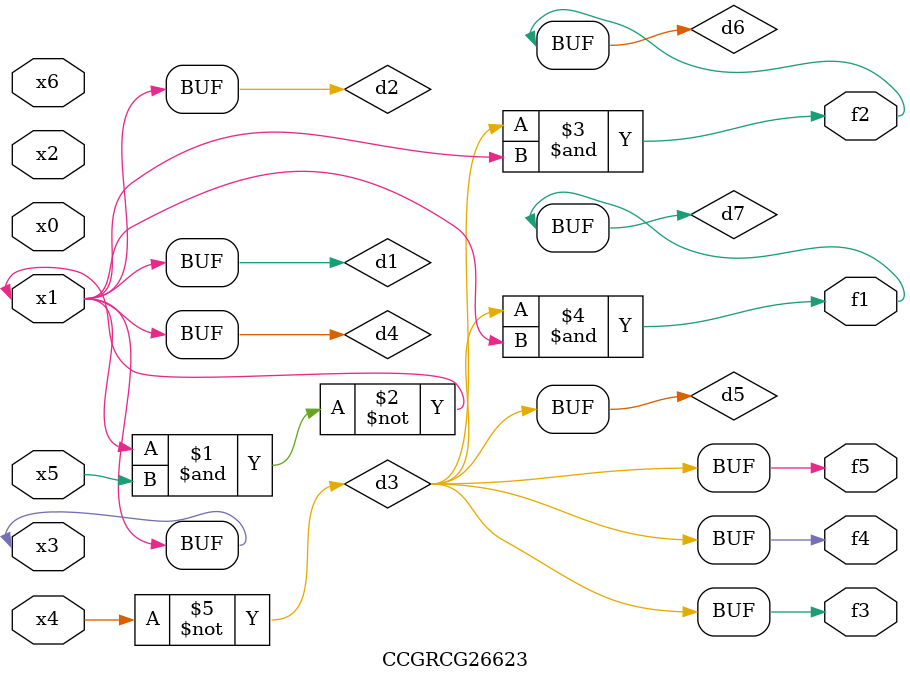
<source format=v>
module CCGRCG26623(
	input x0, x1, x2, x3, x4, x5, x6,
	output f1, f2, f3, f4, f5
);

	wire d1, d2, d3, d4, d5, d6, d7;

	buf (d1, x1, x3);
	nand (d2, x1, x5);
	not (d3, x4);
	buf (d4, d1, d2);
	buf (d5, d3);
	and (d6, d3, d4);
	and (d7, d3, d4);
	assign f1 = d7;
	assign f2 = d6;
	assign f3 = d5;
	assign f4 = d5;
	assign f5 = d5;
endmodule

</source>
